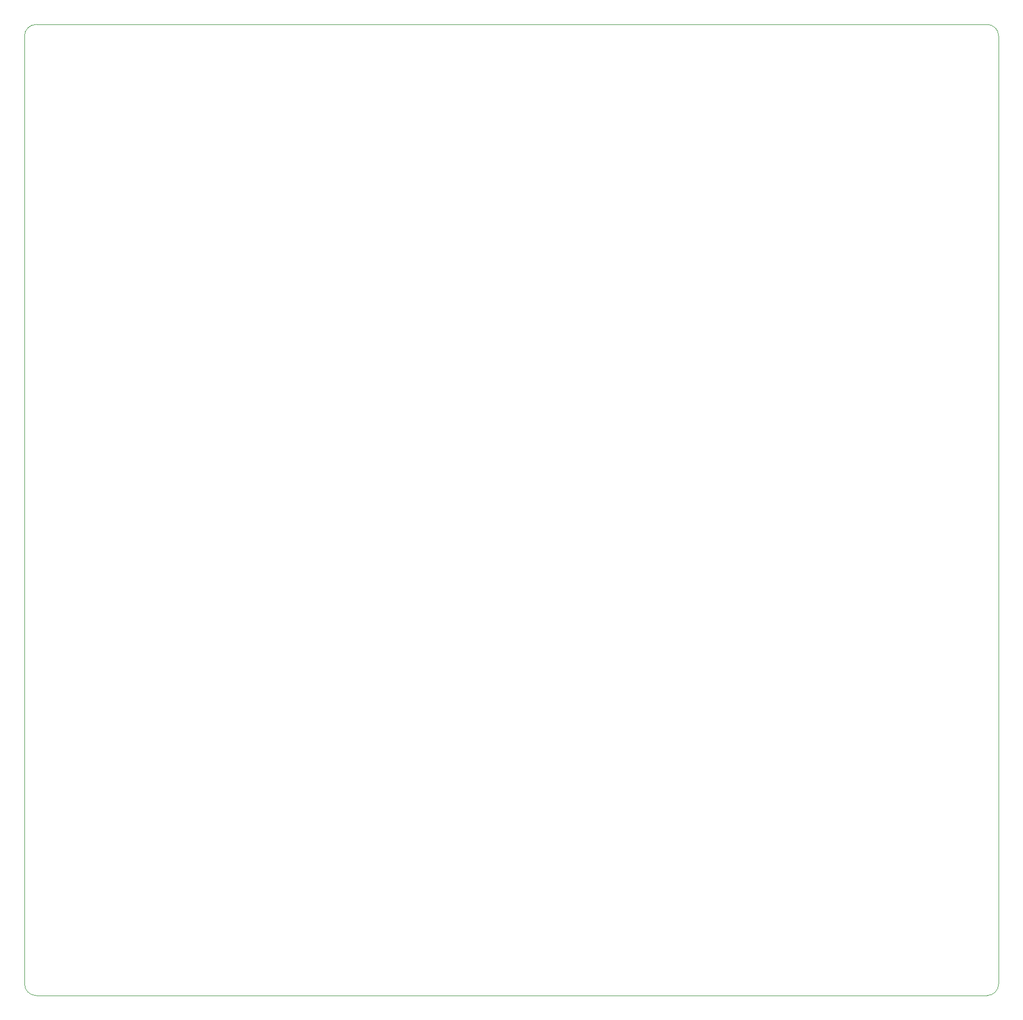
<source format=gbr>
%TF.GenerationSoftware,KiCad,Pcbnew,(5.1.10)-1*%
%TF.CreationDate,2021-08-17T12:27:07-04:00*%
%TF.ProjectId,macropad,6d616372-6f70-4616-942e-6b696361645f,rev?*%
%TF.SameCoordinates,Original*%
%TF.FileFunction,Profile,NP*%
%FSLAX46Y46*%
G04 Gerber Fmt 4.6, Leading zero omitted, Abs format (unit mm)*
G04 Created by KiCad (PCBNEW (5.1.10)-1) date 2021-08-17 12:27:07*
%MOMM*%
%LPD*%
G01*
G04 APERTURE LIST*
%TA.AperFunction,Profile*%
%ADD10C,0.050000*%
%TD*%
G04 APERTURE END LIST*
D10*
X36195000Y-24003000D02*
X36195000Y-26035000D01*
X194945000Y-24003000D02*
X194945000Y-26035000D01*
X36195000Y-26035000D02*
X36195000Y-29845000D01*
X194945000Y-26035000D02*
X194945000Y-29845000D01*
X194945000Y-29845000D02*
X194945000Y-178435000D01*
X193040000Y-180340000D02*
X38100000Y-180340000D01*
X194945000Y-178435000D02*
G75*
G02*
X193040000Y-180340000I-1905000J0D01*
G01*
X193040000Y-22098000D02*
G75*
G02*
X194945000Y-24003000I0J-1905000D01*
G01*
X36195000Y-24003000D02*
G75*
G02*
X38100000Y-22098000I1905000J0D01*
G01*
X38100000Y-180340000D02*
G75*
G02*
X36195000Y-178435000I0J1905000D01*
G01*
X36195000Y-178435000D02*
X36195000Y-29845000D01*
X38100000Y-22098000D02*
X193040000Y-22098000D01*
M02*

</source>
